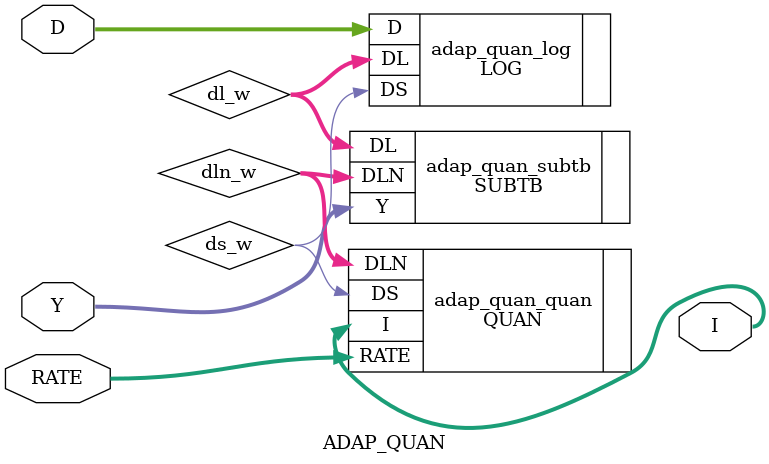
<source format=v>
/* ADAP_QUAN.v
*
* Module : Adaptive quantizer
*
* Authors: Niraj Vasudevan 
*
* Description:
* Hierarchical module of adaptive quantizer
*
* Revision History:
* _Rev #_	_Author(s)_	_Date_		_Changes_
* 1.00		nv1440		03/21/2014	Module Created.
* 1.10		Levs		Mar 22		Added RATE as input
*
*/

module ADAP_QUAN (
	RATE, //40, 32, 24 or 16 kbit/s
	D,//16- bit input; referenced as D in encoder and DX in decoder
	Y,//13-bit signed magnitude quantizer scale factor
	I
);
///////////////////////////////////////////
// Inputs 
//

input	[15:0]	D;		//16- bit input; referenced as D in encoder and DX in decoder
input	[12:0]	Y;		//13-bit signed magnitude quantizer scale factor	
input	[1:0]	RATE;		

///////////////////////////////////////////
// Outputs 
//
output	[4:0]	I;			

///////////////////////////////////////////
// Wire and register instantiation 
//
wire	[10:0]	dl_w;		//11-bit Output Refferenced as DL in the Encoder and DLX in the Decoder
wire		ds_w;		//1-bit Output Refferenced as DS in the Encoder and DSX in the Decoder
wire	[11:0]	dln_w;



///////////////////////////////////////////
// Module instantiation 
//

LOG	adap_quan_log(.D(D), 
		      .DL(dl_w),
		      .DS(ds_w)
		      );

SUBTB	adap_quan_subtb(.DL(dl_w), 
			.DLN(dln_w), 
			.Y(Y)
			); 

QUAN	adap_quan_quan(.DLN(dln_w), 
		       .DS(ds_w), 
		       .RATE(RATE),.I(I)
		       );


endmodule // ADAP_QUAN

</source>
